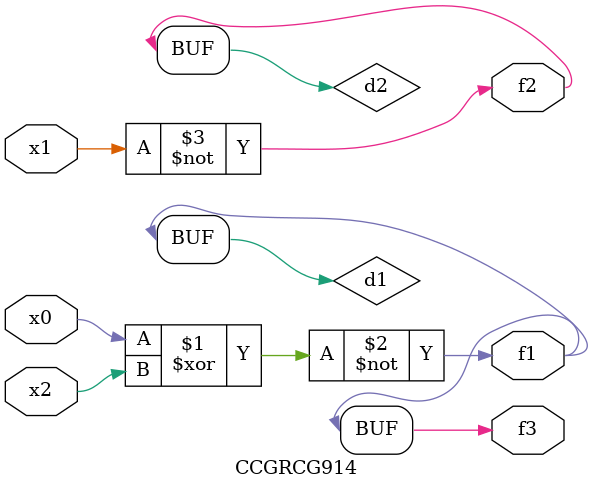
<source format=v>
module CCGRCG914(
	input x0, x1, x2,
	output f1, f2, f3
);

	wire d1, d2, d3;

	xnor (d1, x0, x2);
	nand (d2, x1);
	nor (d3, x1, x2);
	assign f1 = d1;
	assign f2 = d2;
	assign f3 = d1;
endmodule

</source>
